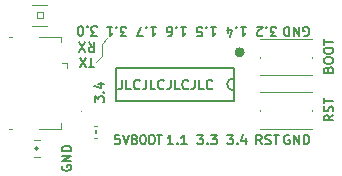
<source format=gto>
%TF.GenerationSoftware,KiCad,Pcbnew,5.1.7-a382d34a8~87~ubuntu18.04.1*%
%TF.CreationDate,2020-10-28T08:11:05+01:00*%
%TF.ProjectId,CH552_devkit,43483535-325f-4646-9576-6b69742e6b69,rev?*%
%TF.SameCoordinates,Original*%
%TF.FileFunction,Legend,Top*%
%TF.FilePolarity,Positive*%
%FSLAX46Y46*%
G04 Gerber Fmt 4.6, Leading zero omitted, Abs format (unit mm)*
G04 Created by KiCad (PCBNEW 5.1.7-a382d34a8~87~ubuntu18.04.1) date 2020-10-28 08:11:05*
%MOMM*%
%LPD*%
G01*
G04 APERTURE LIST*
%ADD10C,0.150000*%
%ADD11C,0.120000*%
%ADD12C,0.177800*%
%ADD13C,0.400000*%
%ADD14C,0.200000*%
%ADD15C,0.100000*%
G04 APERTURE END LIST*
D10*
X80474761Y-84251904D02*
X80474761Y-84823333D01*
X80436666Y-84937619D01*
X80360476Y-85013809D01*
X80246190Y-85051904D01*
X80170000Y-85051904D01*
X81236666Y-85051904D02*
X80855714Y-85051904D01*
X80855714Y-84251904D01*
X81960476Y-84975714D02*
X81922380Y-85013809D01*
X81808095Y-85051904D01*
X81731904Y-85051904D01*
X81617619Y-85013809D01*
X81541428Y-84937619D01*
X81503333Y-84861428D01*
X81465238Y-84709047D01*
X81465238Y-84594761D01*
X81503333Y-84442380D01*
X81541428Y-84366190D01*
X81617619Y-84290000D01*
X81731904Y-84251904D01*
X81808095Y-84251904D01*
X81922380Y-84290000D01*
X81960476Y-84328095D01*
X82531904Y-84251904D02*
X82531904Y-84823333D01*
X82493809Y-84937619D01*
X82417619Y-85013809D01*
X82303333Y-85051904D01*
X82227142Y-85051904D01*
X83293809Y-85051904D02*
X82912857Y-85051904D01*
X82912857Y-84251904D01*
X84017619Y-84975714D02*
X83979523Y-85013809D01*
X83865238Y-85051904D01*
X83789047Y-85051904D01*
X83674761Y-85013809D01*
X83598571Y-84937619D01*
X83560476Y-84861428D01*
X83522380Y-84709047D01*
X83522380Y-84594761D01*
X83560476Y-84442380D01*
X83598571Y-84366190D01*
X83674761Y-84290000D01*
X83789047Y-84251904D01*
X83865238Y-84251904D01*
X83979523Y-84290000D01*
X84017619Y-84328095D01*
X84589047Y-84251904D02*
X84589047Y-84823333D01*
X84550952Y-84937619D01*
X84474761Y-85013809D01*
X84360476Y-85051904D01*
X84284285Y-85051904D01*
X85350952Y-85051904D02*
X84970000Y-85051904D01*
X84970000Y-84251904D01*
X86074761Y-84975714D02*
X86036666Y-85013809D01*
X85922380Y-85051904D01*
X85846190Y-85051904D01*
X85731904Y-85013809D01*
X85655714Y-84937619D01*
X85617619Y-84861428D01*
X85579523Y-84709047D01*
X85579523Y-84594761D01*
X85617619Y-84442380D01*
X85655714Y-84366190D01*
X85731904Y-84290000D01*
X85846190Y-84251904D01*
X85922380Y-84251904D01*
X86036666Y-84290000D01*
X86074761Y-84328095D01*
X86646190Y-84251904D02*
X86646190Y-84823333D01*
X86608095Y-84937619D01*
X86531904Y-85013809D01*
X86417619Y-85051904D01*
X86341428Y-85051904D01*
X87408095Y-85051904D02*
X87027142Y-85051904D01*
X87027142Y-84251904D01*
X88131904Y-84975714D02*
X88093809Y-85013809D01*
X87979523Y-85051904D01*
X87903333Y-85051904D01*
X87789047Y-85013809D01*
X87712857Y-84937619D01*
X87674761Y-84861428D01*
X87636666Y-84709047D01*
X87636666Y-84594761D01*
X87674761Y-84442380D01*
X87712857Y-84366190D01*
X87789047Y-84290000D01*
X87903333Y-84251904D01*
X87979523Y-84251904D01*
X88093809Y-84290000D01*
X88131904Y-84328095D01*
X75400000Y-91509523D02*
X75361904Y-91585714D01*
X75361904Y-91700000D01*
X75400000Y-91814285D01*
X75476190Y-91890476D01*
X75552380Y-91928571D01*
X75704761Y-91966666D01*
X75819047Y-91966666D01*
X75971428Y-91928571D01*
X76047619Y-91890476D01*
X76123809Y-91814285D01*
X76161904Y-91700000D01*
X76161904Y-91623809D01*
X76123809Y-91509523D01*
X76085714Y-91471428D01*
X75819047Y-91471428D01*
X75819047Y-91623809D01*
X76161904Y-91128571D02*
X75361904Y-91128571D01*
X76161904Y-90671428D01*
X75361904Y-90671428D01*
X76161904Y-90290476D02*
X75361904Y-90290476D01*
X75361904Y-90100000D01*
X75400000Y-89985714D01*
X75476190Y-89909523D01*
X75552380Y-89871428D01*
X75704761Y-89833333D01*
X75819047Y-89833333D01*
X75971428Y-89871428D01*
X76047619Y-89909523D01*
X76123809Y-89985714D01*
X76161904Y-90100000D01*
X76161904Y-90290476D01*
X78161904Y-86138095D02*
X78161904Y-85642857D01*
X78466666Y-85909523D01*
X78466666Y-85795238D01*
X78504761Y-85719047D01*
X78542857Y-85680952D01*
X78619047Y-85642857D01*
X78809523Y-85642857D01*
X78885714Y-85680952D01*
X78923809Y-85719047D01*
X78961904Y-85795238D01*
X78961904Y-86023809D01*
X78923809Y-86100000D01*
X78885714Y-86138095D01*
X78885714Y-85300000D02*
X78923809Y-85261904D01*
X78961904Y-85300000D01*
X78923809Y-85338095D01*
X78885714Y-85300000D01*
X78961904Y-85300000D01*
X78428571Y-84576190D02*
X78961904Y-84576190D01*
X78123809Y-84766666D02*
X78695238Y-84957142D01*
X78695238Y-84461904D01*
X97942857Y-83385714D02*
X97980952Y-83271428D01*
X98019047Y-83233333D01*
X98095238Y-83195238D01*
X98209523Y-83195238D01*
X98285714Y-83233333D01*
X98323809Y-83271428D01*
X98361904Y-83347619D01*
X98361904Y-83652380D01*
X97561904Y-83652380D01*
X97561904Y-83385714D01*
X97600000Y-83309523D01*
X97638095Y-83271428D01*
X97714285Y-83233333D01*
X97790476Y-83233333D01*
X97866666Y-83271428D01*
X97904761Y-83309523D01*
X97942857Y-83385714D01*
X97942857Y-83652380D01*
X97561904Y-82700000D02*
X97561904Y-82547619D01*
X97600000Y-82471428D01*
X97676190Y-82395238D01*
X97828571Y-82357142D01*
X98095238Y-82357142D01*
X98247619Y-82395238D01*
X98323809Y-82471428D01*
X98361904Y-82547619D01*
X98361904Y-82700000D01*
X98323809Y-82776190D01*
X98247619Y-82852380D01*
X98095238Y-82890476D01*
X97828571Y-82890476D01*
X97676190Y-82852380D01*
X97600000Y-82776190D01*
X97561904Y-82700000D01*
X97561904Y-81861904D02*
X97561904Y-81709523D01*
X97600000Y-81633333D01*
X97676190Y-81557142D01*
X97828571Y-81519047D01*
X98095238Y-81519047D01*
X98247619Y-81557142D01*
X98323809Y-81633333D01*
X98361904Y-81709523D01*
X98361904Y-81861904D01*
X98323809Y-81938095D01*
X98247619Y-82014285D01*
X98095238Y-82052380D01*
X97828571Y-82052380D01*
X97676190Y-82014285D01*
X97600000Y-81938095D01*
X97561904Y-81861904D01*
X97561904Y-81290476D02*
X97561904Y-80833333D01*
X98361904Y-81061904D02*
X97561904Y-81061904D01*
X98361904Y-87238095D02*
X97980952Y-87504761D01*
X98361904Y-87695238D02*
X97561904Y-87695238D01*
X97561904Y-87390476D01*
X97600000Y-87314285D01*
X97638095Y-87276190D01*
X97714285Y-87238095D01*
X97828571Y-87238095D01*
X97904761Y-87276190D01*
X97942857Y-87314285D01*
X97980952Y-87390476D01*
X97980952Y-87695238D01*
X98323809Y-86933333D02*
X98361904Y-86819047D01*
X98361904Y-86628571D01*
X98323809Y-86552380D01*
X98285714Y-86514285D01*
X98209523Y-86476190D01*
X98133333Y-86476190D01*
X98057142Y-86514285D01*
X98019047Y-86552380D01*
X97980952Y-86628571D01*
X97942857Y-86780952D01*
X97904761Y-86857142D01*
X97866666Y-86895238D01*
X97790476Y-86933333D01*
X97714285Y-86933333D01*
X97638095Y-86895238D01*
X97600000Y-86857142D01*
X97561904Y-86780952D01*
X97561904Y-86590476D01*
X97600000Y-86476190D01*
X97561904Y-86247619D02*
X97561904Y-85790476D01*
X98361904Y-86019047D02*
X97561904Y-86019047D01*
D11*
X78750000Y-81250000D02*
X79250000Y-80750000D01*
X78750000Y-82250000D02*
X78750000Y-81250000D01*
X78250000Y-82750000D02*
X78750000Y-82250000D01*
D10*
X78109523Y-83188095D02*
X77652380Y-83188095D01*
X77880952Y-82388095D02*
X77880952Y-83188095D01*
X77461904Y-83188095D02*
X76928571Y-82388095D01*
X76928571Y-83188095D02*
X77461904Y-82388095D01*
X95859523Y-80511600D02*
X95935714Y-80549695D01*
X96050000Y-80549695D01*
X96164285Y-80511600D01*
X96240476Y-80435409D01*
X96278571Y-80359219D01*
X96316666Y-80206838D01*
X96316666Y-80092552D01*
X96278571Y-79940171D01*
X96240476Y-79863980D01*
X96164285Y-79787790D01*
X96050000Y-79749695D01*
X95973809Y-79749695D01*
X95859523Y-79787790D01*
X95821428Y-79825885D01*
X95821428Y-80092552D01*
X95973809Y-80092552D01*
X95478571Y-79749695D02*
X95478571Y-80549695D01*
X95021428Y-79749695D01*
X95021428Y-80549695D01*
X94640476Y-79749695D02*
X94640476Y-80549695D01*
X94450000Y-80549695D01*
X94335714Y-80511600D01*
X94259523Y-80435409D01*
X94221428Y-80359219D01*
X94183333Y-80206838D01*
X94183333Y-80092552D01*
X94221428Y-79940171D01*
X94259523Y-79863980D01*
X94335714Y-79787790D01*
X94450000Y-79749695D01*
X94640476Y-79749695D01*
X93548095Y-80549695D02*
X93052857Y-80549695D01*
X93319523Y-80244933D01*
X93205238Y-80244933D01*
X93129047Y-80206838D01*
X93090952Y-80168742D01*
X93052857Y-80092552D01*
X93052857Y-79902076D01*
X93090952Y-79825885D01*
X93129047Y-79787790D01*
X93205238Y-79749695D01*
X93433809Y-79749695D01*
X93510000Y-79787790D01*
X93548095Y-79825885D01*
X92710000Y-79825885D02*
X92671904Y-79787790D01*
X92710000Y-79749695D01*
X92748095Y-79787790D01*
X92710000Y-79825885D01*
X92710000Y-79749695D01*
X92367142Y-80473504D02*
X92329047Y-80511600D01*
X92252857Y-80549695D01*
X92062380Y-80549695D01*
X91986190Y-80511600D01*
X91948095Y-80473504D01*
X91910000Y-80397314D01*
X91910000Y-80321123D01*
X91948095Y-80206838D01*
X92405238Y-79749695D01*
X91910000Y-79749695D01*
X90512857Y-79749695D02*
X90970000Y-79749695D01*
X90741428Y-79749695D02*
X90741428Y-80549695D01*
X90817619Y-80435409D01*
X90893809Y-80359219D01*
X90970000Y-80321123D01*
X90170000Y-79825885D02*
X90131904Y-79787790D01*
X90170000Y-79749695D01*
X90208095Y-79787790D01*
X90170000Y-79825885D01*
X90170000Y-79749695D01*
X89446190Y-80283028D02*
X89446190Y-79749695D01*
X89636666Y-80587790D02*
X89827142Y-80016361D01*
X89331904Y-80016361D01*
X87972857Y-79749695D02*
X88430000Y-79749695D01*
X88201428Y-79749695D02*
X88201428Y-80549695D01*
X88277619Y-80435409D01*
X88353809Y-80359219D01*
X88430000Y-80321123D01*
X87630000Y-79825885D02*
X87591904Y-79787790D01*
X87630000Y-79749695D01*
X87668095Y-79787790D01*
X87630000Y-79825885D01*
X87630000Y-79749695D01*
X86868095Y-80549695D02*
X87249047Y-80549695D01*
X87287142Y-80168742D01*
X87249047Y-80206838D01*
X87172857Y-80244933D01*
X86982380Y-80244933D01*
X86906190Y-80206838D01*
X86868095Y-80168742D01*
X86830000Y-80092552D01*
X86830000Y-79902076D01*
X86868095Y-79825885D01*
X86906190Y-79787790D01*
X86982380Y-79749695D01*
X87172857Y-79749695D01*
X87249047Y-79787790D01*
X87287142Y-79825885D01*
X85432857Y-79749695D02*
X85890000Y-79749695D01*
X85661428Y-79749695D02*
X85661428Y-80549695D01*
X85737619Y-80435409D01*
X85813809Y-80359219D01*
X85890000Y-80321123D01*
X85090000Y-79825885D02*
X85051904Y-79787790D01*
X85090000Y-79749695D01*
X85128095Y-79787790D01*
X85090000Y-79825885D01*
X85090000Y-79749695D01*
X84366190Y-80549695D02*
X84518571Y-80549695D01*
X84594761Y-80511600D01*
X84632857Y-80473504D01*
X84709047Y-80359219D01*
X84747142Y-80206838D01*
X84747142Y-79902076D01*
X84709047Y-79825885D01*
X84670952Y-79787790D01*
X84594761Y-79749695D01*
X84442380Y-79749695D01*
X84366190Y-79787790D01*
X84328095Y-79825885D01*
X84290000Y-79902076D01*
X84290000Y-80092552D01*
X84328095Y-80168742D01*
X84366190Y-80206838D01*
X84442380Y-80244933D01*
X84594761Y-80244933D01*
X84670952Y-80206838D01*
X84709047Y-80168742D01*
X84747142Y-80092552D01*
X82892857Y-79749695D02*
X83350000Y-79749695D01*
X83121428Y-79749695D02*
X83121428Y-80549695D01*
X83197619Y-80435409D01*
X83273809Y-80359219D01*
X83350000Y-80321123D01*
X82550000Y-79825885D02*
X82511904Y-79787790D01*
X82550000Y-79749695D01*
X82588095Y-79787790D01*
X82550000Y-79825885D01*
X82550000Y-79749695D01*
X82245238Y-80549695D02*
X81711904Y-80549695D01*
X82054761Y-79749695D01*
X80848095Y-80549695D02*
X80352857Y-80549695D01*
X80619523Y-80244933D01*
X80505238Y-80244933D01*
X80429047Y-80206838D01*
X80390952Y-80168742D01*
X80352857Y-80092552D01*
X80352857Y-79902076D01*
X80390952Y-79825885D01*
X80429047Y-79787790D01*
X80505238Y-79749695D01*
X80733809Y-79749695D01*
X80810000Y-79787790D01*
X80848095Y-79825885D01*
X80010000Y-79825885D02*
X79971904Y-79787790D01*
X80010000Y-79749695D01*
X80048095Y-79787790D01*
X80010000Y-79825885D01*
X80010000Y-79749695D01*
X79210000Y-79749695D02*
X79667142Y-79749695D01*
X79438571Y-79749695D02*
X79438571Y-80549695D01*
X79514761Y-80435409D01*
X79590952Y-80359219D01*
X79667142Y-80321123D01*
X77654133Y-81063095D02*
X77920800Y-81444047D01*
X78111276Y-81063095D02*
X78111276Y-81863095D01*
X77806514Y-81863095D01*
X77730323Y-81825000D01*
X77692228Y-81786904D01*
X77654133Y-81710714D01*
X77654133Y-81596428D01*
X77692228Y-81520238D01*
X77730323Y-81482142D01*
X77806514Y-81444047D01*
X78111276Y-81444047D01*
X77387466Y-81863095D02*
X76854133Y-81063095D01*
X76854133Y-81863095D02*
X77387466Y-81063095D01*
X78358895Y-80513095D02*
X77863657Y-80513095D01*
X78130323Y-80208333D01*
X78016038Y-80208333D01*
X77939847Y-80170238D01*
X77901752Y-80132142D01*
X77863657Y-80055952D01*
X77863657Y-79865476D01*
X77901752Y-79789285D01*
X77939847Y-79751190D01*
X78016038Y-79713095D01*
X78244609Y-79713095D01*
X78320800Y-79751190D01*
X78358895Y-79789285D01*
X77520800Y-79789285D02*
X77482704Y-79751190D01*
X77520800Y-79713095D01*
X77558895Y-79751190D01*
X77520800Y-79789285D01*
X77520800Y-79713095D01*
X76987466Y-80513095D02*
X76911276Y-80513095D01*
X76835085Y-80475000D01*
X76796990Y-80436904D01*
X76758895Y-80360714D01*
X76720800Y-80208333D01*
X76720800Y-80017857D01*
X76758895Y-79865476D01*
X76796990Y-79789285D01*
X76835085Y-79751190D01*
X76911276Y-79713095D01*
X76987466Y-79713095D01*
X77063657Y-79751190D01*
X77101752Y-79789285D01*
X77139847Y-79865476D01*
X77177942Y-80017857D01*
X77177942Y-80208333D01*
X77139847Y-80360714D01*
X77101752Y-80436904D01*
X77063657Y-80475000D01*
X76987466Y-80513095D01*
X94640476Y-88957200D02*
X94564285Y-88919104D01*
X94450000Y-88919104D01*
X94335714Y-88957200D01*
X94259523Y-89033390D01*
X94221428Y-89109580D01*
X94183333Y-89261961D01*
X94183333Y-89376247D01*
X94221428Y-89528628D01*
X94259523Y-89604819D01*
X94335714Y-89681009D01*
X94450000Y-89719104D01*
X94526190Y-89719104D01*
X94640476Y-89681009D01*
X94678571Y-89642914D01*
X94678571Y-89376247D01*
X94526190Y-89376247D01*
X95021428Y-89719104D02*
X95021428Y-88919104D01*
X95478571Y-89719104D01*
X95478571Y-88919104D01*
X95859523Y-89719104D02*
X95859523Y-88919104D01*
X96050000Y-88919104D01*
X96164285Y-88957200D01*
X96240476Y-89033390D01*
X96278571Y-89109580D01*
X96316666Y-89261961D01*
X96316666Y-89376247D01*
X96278571Y-89528628D01*
X96240476Y-89604819D01*
X96164285Y-89681009D01*
X96050000Y-89719104D01*
X95859523Y-89719104D01*
X92322704Y-89719104D02*
X92056038Y-89338152D01*
X91865561Y-89719104D02*
X91865561Y-88919104D01*
X92170323Y-88919104D01*
X92246514Y-88957200D01*
X92284609Y-88995295D01*
X92322704Y-89071485D01*
X92322704Y-89185771D01*
X92284609Y-89261961D01*
X92246514Y-89300057D01*
X92170323Y-89338152D01*
X91865561Y-89338152D01*
X92627466Y-89681009D02*
X92741752Y-89719104D01*
X92932228Y-89719104D01*
X93008419Y-89681009D01*
X93046514Y-89642914D01*
X93084609Y-89566723D01*
X93084609Y-89490533D01*
X93046514Y-89414342D01*
X93008419Y-89376247D01*
X92932228Y-89338152D01*
X92779847Y-89300057D01*
X92703657Y-89261961D01*
X92665561Y-89223866D01*
X92627466Y-89147676D01*
X92627466Y-89071485D01*
X92665561Y-88995295D01*
X92703657Y-88957200D01*
X92779847Y-88919104D01*
X92970323Y-88919104D01*
X93084609Y-88957200D01*
X93313180Y-88919104D02*
X93770323Y-88919104D01*
X93541752Y-89719104D02*
X93541752Y-88919104D01*
X89382704Y-88919104D02*
X89877942Y-88919104D01*
X89611276Y-89223866D01*
X89725561Y-89223866D01*
X89801752Y-89261961D01*
X89839847Y-89300057D01*
X89877942Y-89376247D01*
X89877942Y-89566723D01*
X89839847Y-89642914D01*
X89801752Y-89681009D01*
X89725561Y-89719104D01*
X89496990Y-89719104D01*
X89420800Y-89681009D01*
X89382704Y-89642914D01*
X90220800Y-89642914D02*
X90258895Y-89681009D01*
X90220800Y-89719104D01*
X90182704Y-89681009D01*
X90220800Y-89642914D01*
X90220800Y-89719104D01*
X90944609Y-89185771D02*
X90944609Y-89719104D01*
X90754133Y-88881009D02*
X90563657Y-89452438D01*
X91058895Y-89452438D01*
X86842704Y-88919104D02*
X87337942Y-88919104D01*
X87071276Y-89223866D01*
X87185561Y-89223866D01*
X87261752Y-89261961D01*
X87299847Y-89300057D01*
X87337942Y-89376247D01*
X87337942Y-89566723D01*
X87299847Y-89642914D01*
X87261752Y-89681009D01*
X87185561Y-89719104D01*
X86956990Y-89719104D01*
X86880800Y-89681009D01*
X86842704Y-89642914D01*
X87680800Y-89642914D02*
X87718895Y-89681009D01*
X87680800Y-89719104D01*
X87642704Y-89681009D01*
X87680800Y-89642914D01*
X87680800Y-89719104D01*
X87985561Y-88919104D02*
X88480800Y-88919104D01*
X88214133Y-89223866D01*
X88328419Y-89223866D01*
X88404609Y-89261961D01*
X88442704Y-89300057D01*
X88480800Y-89376247D01*
X88480800Y-89566723D01*
X88442704Y-89642914D01*
X88404609Y-89681009D01*
X88328419Y-89719104D01*
X88099847Y-89719104D01*
X88023657Y-89681009D01*
X87985561Y-89642914D01*
X84797942Y-89719104D02*
X84340800Y-89719104D01*
X84569371Y-89719104D02*
X84569371Y-88919104D01*
X84493180Y-89033390D01*
X84416990Y-89109580D01*
X84340800Y-89147676D01*
X85140800Y-89642914D02*
X85178895Y-89681009D01*
X85140800Y-89719104D01*
X85102704Y-89681009D01*
X85140800Y-89642914D01*
X85140800Y-89719104D01*
X85940800Y-89719104D02*
X85483657Y-89719104D01*
X85712228Y-89719104D02*
X85712228Y-88919104D01*
X85636038Y-89033390D01*
X85559847Y-89109580D01*
X85483657Y-89147676D01*
X81600000Y-89300057D02*
X81700000Y-89338152D01*
X81733333Y-89376247D01*
X81766666Y-89452438D01*
X81766666Y-89566723D01*
X81733333Y-89642914D01*
X81700000Y-89681009D01*
X81633333Y-89719104D01*
X81366666Y-89719104D01*
X81366666Y-88919104D01*
X81600000Y-88919104D01*
X81666666Y-88957200D01*
X81700000Y-88995295D01*
X81733333Y-89071485D01*
X81733333Y-89147676D01*
X81700000Y-89223866D01*
X81666666Y-89261961D01*
X81600000Y-89300057D01*
X81366666Y-89300057D01*
X82200000Y-88919104D02*
X82333333Y-88919104D01*
X82400000Y-88957200D01*
X82466666Y-89033390D01*
X82500000Y-89185771D01*
X82500000Y-89452438D01*
X82466666Y-89604819D01*
X82400000Y-89681009D01*
X82333333Y-89719104D01*
X82200000Y-89719104D01*
X82133333Y-89681009D01*
X82066666Y-89604819D01*
X82033333Y-89452438D01*
X82033333Y-89185771D01*
X82066666Y-89033390D01*
X82133333Y-88957200D01*
X82200000Y-88919104D01*
X82933333Y-88919104D02*
X83066666Y-88919104D01*
X83133333Y-88957200D01*
X83200000Y-89033390D01*
X83233333Y-89185771D01*
X83233333Y-89452438D01*
X83200000Y-89604819D01*
X83133333Y-89681009D01*
X83066666Y-89719104D01*
X82933333Y-89719104D01*
X82866666Y-89681009D01*
X82800000Y-89604819D01*
X82766666Y-89452438D01*
X82766666Y-89185771D01*
X82800000Y-89033390D01*
X82866666Y-88957200D01*
X82933333Y-88919104D01*
X83433333Y-88919104D02*
X83833333Y-88919104D01*
X83633333Y-89719104D02*
X83633333Y-88919104D01*
X80264019Y-88919104D02*
X79883066Y-88919104D01*
X79844971Y-89300057D01*
X79883066Y-89261961D01*
X79959257Y-89223866D01*
X80149733Y-89223866D01*
X80225923Y-89261961D01*
X80264019Y-89300057D01*
X80302114Y-89376247D01*
X80302114Y-89566723D01*
X80264019Y-89642914D01*
X80225923Y-89681009D01*
X80149733Y-89719104D01*
X79959257Y-89719104D01*
X79883066Y-89681009D01*
X79844971Y-89642914D01*
X80530685Y-88919104D02*
X80797352Y-89719104D01*
X81064019Y-88919104D01*
D12*
%TO.C,U1*%
X79938880Y-86047580D02*
X89936320Y-86047580D01*
X79938880Y-83218020D02*
X79938880Y-86047580D01*
X89936320Y-83218020D02*
X79938880Y-83218020D01*
X89936320Y-86047580D02*
X89936320Y-83218020D01*
D13*
X90661207Y-81932800D02*
G75*
G03*
X90661207Y-81932800I-223607J0D01*
G01*
D14*
X89890600Y-85140800D02*
G75*
G02*
X89890600Y-84124800I0J508000D01*
G01*
D15*
%TO.C,D3*%
X97840000Y-91768000D02*
G75*
G03*
X97840000Y-91768000I-50000J0D01*
G01*
D11*
%TO.C,R7*%
X72897936Y-79699600D02*
X74102064Y-79699600D01*
X72897936Y-77879600D02*
X74102064Y-77879600D01*
X73246000Y-78535600D02*
X73754000Y-78535600D01*
X73754000Y-78535600D02*
X73754000Y-79043600D01*
X73754000Y-79043600D02*
X73246000Y-79043600D01*
X73246000Y-79043600D02*
X73246000Y-78535600D01*
%TO.C,R2*%
X78282000Y-88773000D02*
X78282000Y-88519000D01*
X78182000Y-88773000D02*
X78282000Y-88773000D01*
X78182000Y-88519000D02*
X78182000Y-88773000D01*
X78282000Y-88519000D02*
X78182000Y-88519000D01*
X78069221Y-88136000D02*
X78394779Y-88136000D01*
X78069221Y-89156000D02*
X78394779Y-89156000D01*
%TO.C,SW2*%
X92134400Y-82281600D02*
X92134400Y-82381600D01*
X96534400Y-80781600D02*
X92134400Y-80781600D01*
X92134400Y-83881600D02*
X96534400Y-83881600D01*
X96534400Y-82281600D02*
X96534400Y-82381600D01*
%TO.C,SW1*%
X96534400Y-86881600D02*
X96534400Y-86781600D01*
X92134400Y-88381600D02*
X96534400Y-88381600D01*
X96534400Y-85281600D02*
X92134400Y-85281600D01*
X92134400Y-86881600D02*
X92134400Y-86781600D01*
%TO.C,J3*%
X75850000Y-82789600D02*
X75400000Y-82789600D01*
X75850000Y-82789600D02*
X75850000Y-83239600D01*
X75300000Y-88389600D02*
X75300000Y-87939600D01*
X73450000Y-88389600D02*
X75300000Y-88389600D01*
X70900000Y-80589600D02*
X71150000Y-80589600D01*
X70900000Y-88389600D02*
X71150000Y-88389600D01*
X73450000Y-80589600D02*
X75300000Y-80589600D01*
X75300000Y-80589600D02*
X75300000Y-81039600D01*
D15*
%TO.C,D1*%
X77039600Y-86918800D02*
G75*
G03*
X77039600Y-86918800I-50000J0D01*
G01*
D11*
%TO.C,C4*%
X72991422Y-90799600D02*
X73508578Y-90799600D01*
X72991422Y-89379600D02*
X73508578Y-89379600D01*
D14*
X73377000Y-90089600D02*
G75*
G03*
X73377000Y-90089600I-127000J0D01*
G01*
%TD*%
M02*

</source>
